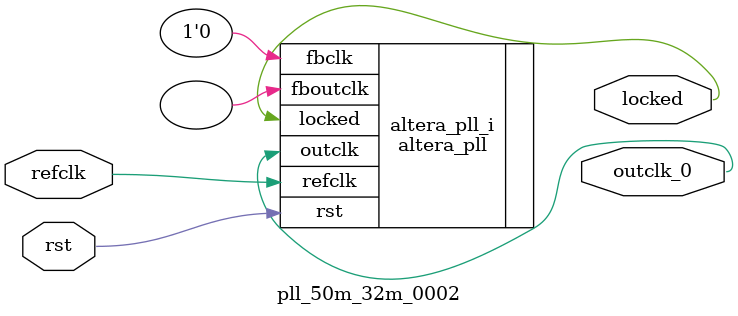
<source format=v>
`timescale 1ns/10ps
module  pll_50m_32m_0002(

	// interface 'refclk'
	input wire refclk,

	// interface 'reset'
	input wire rst,

	// interface 'outclk0'
	output wire outclk_0,

	// interface 'locked'
	output wire locked
);

	altera_pll #(
		.fractional_vco_multiplier("false"),
		.reference_clock_frequency("50.0 MHz"),
		.operation_mode("direct"),
		.number_of_clocks(1),
		.output_clock_frequency0("32.000000 MHz"),
		.phase_shift0("0 ps"),
		.duty_cycle0(50),
		.output_clock_frequency1("0 MHz"),
		.phase_shift1("0 ps"),
		.duty_cycle1(50),
		.output_clock_frequency2("0 MHz"),
		.phase_shift2("0 ps"),
		.duty_cycle2(50),
		.output_clock_frequency3("0 MHz"),
		.phase_shift3("0 ps"),
		.duty_cycle3(50),
		.output_clock_frequency4("0 MHz"),
		.phase_shift4("0 ps"),
		.duty_cycle4(50),
		.output_clock_frequency5("0 MHz"),
		.phase_shift5("0 ps"),
		.duty_cycle5(50),
		.output_clock_frequency6("0 MHz"),
		.phase_shift6("0 ps"),
		.duty_cycle6(50),
		.output_clock_frequency7("0 MHz"),
		.phase_shift7("0 ps"),
		.duty_cycle7(50),
		.output_clock_frequency8("0 MHz"),
		.phase_shift8("0 ps"),
		.duty_cycle8(50),
		.output_clock_frequency9("0 MHz"),
		.phase_shift9("0 ps"),
		.duty_cycle9(50),
		.output_clock_frequency10("0 MHz"),
		.phase_shift10("0 ps"),
		.duty_cycle10(50),
		.output_clock_frequency11("0 MHz"),
		.phase_shift11("0 ps"),
		.duty_cycle11(50),
		.output_clock_frequency12("0 MHz"),
		.phase_shift12("0 ps"),
		.duty_cycle12(50),
		.output_clock_frequency13("0 MHz"),
		.phase_shift13("0 ps"),
		.duty_cycle13(50),
		.output_clock_frequency14("0 MHz"),
		.phase_shift14("0 ps"),
		.duty_cycle14(50),
		.output_clock_frequency15("0 MHz"),
		.phase_shift15("0 ps"),
		.duty_cycle15(50),
		.output_clock_frequency16("0 MHz"),
		.phase_shift16("0 ps"),
		.duty_cycle16(50),
		.output_clock_frequency17("0 MHz"),
		.phase_shift17("0 ps"),
		.duty_cycle17(50),
		.pll_type("General"),
		.pll_subtype("General")
	) altera_pll_i (
		.rst	(rst),
		.outclk	({outclk_0}),
		.locked	(locked),
		.fboutclk	( ),
		.fbclk	(1'b0),
		.refclk	(refclk)
	);
endmodule


</source>
